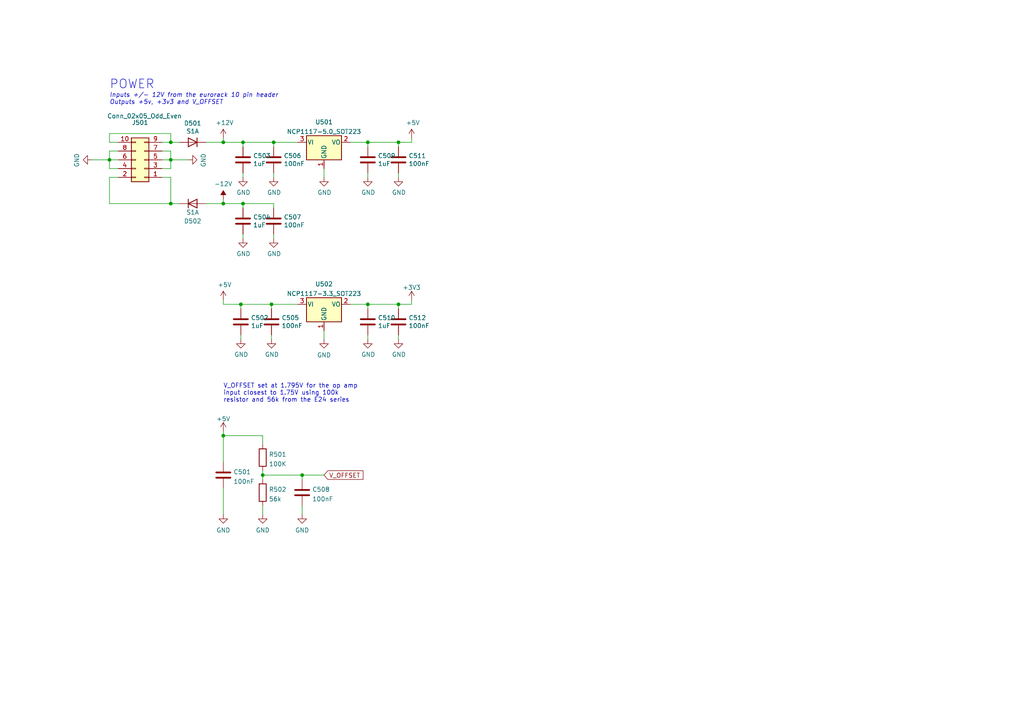
<source format=kicad_sch>
(kicad_sch (version 20211123) (generator eeschema)
  (paper "A4")
  (lib_symbols
    (symbol "+5V_2" (power) (pin_names (offset 0))
      (property "Value" "+5V_2" (at 0 3.556 0))
      (symbol "+5V_2_0_1"
        (polyline (pts (xy -0.762 1.27) (xy 0 2.54)))
        (polyline (pts (xy 0 0) (xy 0 2.54)))
        (polyline (pts (xy 0 2.54) (xy 0.762 1.27)))
      )
      (symbol "+5V_2_1_1"
        (pin power_in line (at 0 0 90) (length 0) hide (name "+5V") (number "1"))
      )
    )
    (symbol "C_3" (pin_numbers hide) (pin_names (offset 0.254))
      (property "Reference" "C" (at 0.635 2.54 0))
      (property "Value" "C_3" (at 0.635 -2.54 0))
      (symbol "C_3_0_1"
        (polyline (pts (xy -2.032 -0.762) (xy 2.032 -0.762)) (stroke (width 0.508)))
        (polyline (pts (xy -2.032 0.762) (xy 2.032 0.762)) (stroke (width 0.508)))
      )
      (symbol "C_3_1_1"
        (pin passive line (at 0 3.81 270) (length 2.794) (name "~") (number "1"))
        (pin passive line (at 0 -3.81 90) (length 2.794) (name "~") (number "2"))
      )
    )
    (symbol "Connector_Generic:Conn_02x05_Odd_Even" (pin_names (offset 1.016) hide)
      (property "Reference" "J" (at 1.27 7.62 0))
      (property "Value" "Connector_Generic_Conn_02x05_Odd_Even" (at 1.27 -7.62 0))
      (symbol "Conn_02x05_Odd_Even_1_1"
        (rectangle (start -1.27 -4.953) (end 0 -5.207) (stroke (width 0.1524)))
        (rectangle (start -1.27 -2.413) (end 0 -2.667) (stroke (width 0.1524)))
        (rectangle (start -1.27 0.127) (end 0 -0.127) (stroke (width 0.1524)))
        (rectangle (start -1.27 2.667) (end 0 2.413) (stroke (width 0.1524)))
        (rectangle (start -1.27 5.207) (end 0 4.953) (stroke (width 0.1524)))
        (rectangle (start -1.27 6.35) (end 3.81 -6.35) (stroke (width 0.254)) (fill (type background)))
        (rectangle (start 3.81 -4.953) (end 2.54 -5.207) (stroke (width 0.1524)))
        (rectangle (start 3.81 -2.413) (end 2.54 -2.667) (stroke (width 0.1524)))
        (rectangle (start 3.81 0.127) (end 2.54 -0.127) (stroke (width 0.1524)))
        (rectangle (start 3.81 2.667) (end 2.54 2.413) (stroke (width 0.1524)))
        (rectangle (start 3.81 5.207) (end 2.54 4.953) (stroke (width 0.1524)))
        (pin passive line (at -5.08 5.08 0) (length 3.81) (name "Pin_1") (number "1"))
        (pin passive line (at 7.62 -5.08 180) (length 3.81) (name "Pin_10") (number "10"))
        (pin passive line (at 7.62 5.08 180) (length 3.81) (name "Pin_2") (number "2"))
        (pin passive line (at -5.08 2.54 0) (length 3.81) (name "Pin_3") (number "3"))
        (pin passive line (at 7.62 2.54 180) (length 3.81) (name "Pin_4") (number "4"))
        (pin passive line (at -5.08 0 0) (length 3.81) (name "Pin_5") (number "5"))
        (pin passive line (at 7.62 0 180) (length 3.81) (name "Pin_6") (number "6"))
        (pin passive line (at -5.08 -2.54 0) (length 3.81) (name "Pin_7") (number "7"))
        (pin passive line (at 7.62 -2.54 180) (length 3.81) (name "Pin_8") (number "8"))
        (pin passive line (at -5.08 -5.08 0) (length 3.81) (name "Pin_9") (number "9"))
      )
    )
    (symbol "Device:C" (pin_numbers hide) (pin_names (offset 0.254))
      (property "Reference" "C" (at 0.635 2.54 0))
      (property "Value" "Device_C" (at 0.635 -2.54 0))
      (symbol "C_0_1"
        (polyline (pts (xy -2.032 -0.762) (xy 2.032 -0.762)) (stroke (width 0.508)))
        (polyline (pts (xy -2.032 0.762) (xy 2.032 0.762)) (stroke (width 0.508)))
      )
      (symbol "C_1_1"
        (pin passive line (at 0 3.81 270) (length 2.794) (name "~") (number "1"))
        (pin passive line (at 0 -3.81 90) (length 2.794) (name "~") (number "2"))
      )
    )
    (symbol "Device:D" (pin_numbers hide) (pin_names (offset 1.016) hide)
      (property "Reference" "D" (at 0 2.54 0))
      (property "Value" "Device_D" (at 0 -2.54 0))
      (symbol "D_0_1"
        (polyline (pts (xy -1.27 1.27) (xy -1.27 -1.27)) (stroke (width 0.254)))
        (polyline (pts (xy 1.27 0) (xy -1.27 0)))
        (polyline (pts (xy 1.27 1.27) (xy 1.27 -1.27) (xy -1.27 0) (xy 1.27 1.27)) (stroke (width 0.254)))
      )
      (symbol "D_1_1"
        (pin passive line (at -3.81 0 0) (length 2.54) (name "K") (number "1"))
        (pin passive line (at 3.81 0 180) (length 2.54) (name "A") (number "2"))
      )
    )
    (symbol "Device:R" (pin_numbers hide) (pin_names (offset 0))
      (property "Reference" "R" (at 2.032 0 90))
      (property "Value" "R" (at 0 0 90))
      (symbol "R_0_1"
        (rectangle (start -1.016 -2.54) (end 1.016 2.54) (stroke (width 0.254)))
      )
      (symbol "R_1_1"
        (pin passive line (at 0 3.81 270) (length 1.27) (name "~") (number "1"))
        (pin passive line (at 0 -3.81 90) (length 1.27) (name "~") (number "2"))
      )
    )
    (symbol "GND_14" (power) (pin_names (offset 0))
      (property "Value" "GND_14" (at 0 -3.81 0))
      (symbol "GND_14_0_1"
        (polyline (pts (xy 0 0) (xy 0 -1.27) (xy 1.27 -1.27) (xy 0 -2.54) (xy -1.27 -1.27) (xy 0 -1.27)))
      )
      (symbol "GND_14_1_1"
        (pin power_in line (at 0 0 270) (length 0) hide (name "GND") (number "1"))
      )
    )
    (symbol "GND_15" (power) (pin_names (offset 0))
      (property "Value" "GND_15" (at 0 -3.81 0))
      (symbol "GND_15_0_1"
        (polyline (pts (xy 0 0) (xy 0 -1.27) (xy 1.27 -1.27) (xy 0 -2.54) (xy -1.27 -1.27) (xy 0 -1.27)))
      )
      (symbol "GND_15_1_1"
        (pin power_in line (at 0 0 270) (length 0) hide (name "GND") (number "1"))
      )
    )
    (symbol "GND_16" (power) (pin_names (offset 0))
      (property "Value" "GND_16" (at 0 -3.81 0))
      (symbol "GND_16_0_1"
        (polyline (pts (xy 0 0) (xy 0 -1.27) (xy 1.27 -1.27) (xy 0 -2.54) (xy -1.27 -1.27) (xy 0 -1.27)))
      )
      (symbol "GND_16_1_1"
        (pin power_in line (at 0 0 270) (length 0) hide (name "GND") (number "1"))
      )
    )
    (symbol "GND_6" (power) (pin_names (offset 0))
      (property "Value" "GND_6" (at 0 -3.81 0))
      (symbol "GND_6_0_1"
        (polyline (pts (xy 0 0) (xy 0 -1.27) (xy 1.27 -1.27) (xy 0 -2.54) (xy -1.27 -1.27) (xy 0 -1.27)))
      )
      (symbol "GND_6_1_1"
        (pin power_in line (at 0 0 270) (length 0) hide (name "GND") (number "1"))
      )
    )
    (symbol "Regulator_Linear:NCP1117-3.3_SOT223" (pin_names (offset 0.254))
      (property "Reference" "U" (at -3.81 3.175 0))
      (property "Value" "NCP1117-3.3_SOT223" (at 0 3.175 0))
      (symbol "NCP1117-3.3_SOT223_0_1"
        (rectangle (start -5.08 -5.08) (end 5.08 1.905) (stroke (width 0.254)) (fill (type background)))
      )
      (symbol "NCP1117-3.3_SOT223_1_1"
        (pin power_in line (at 0 -7.62 90) (length 2.54) (name "GND") (number "1"))
        (pin power_out line (at 7.62 0 180) (length 2.54) (name "VO") (number "2"))
        (pin power_in line (at -7.62 0 0) (length 2.54) (name "VI") (number "3"))
      )
    )
    (symbol "Regulator_Linear:NCP1117-5.0_SOT223" (pin_names (offset 0.254))
      (property "Reference" "U" (at -3.81 3.175 0))
      (property "Value" "NCP1117-5.0_SOT223" (at 0 3.175 0))
      (symbol "NCP1117-5.0_SOT223_0_1"
        (rectangle (start -5.08 -5.08) (end 5.08 1.905) (stroke (width 0.254)) (fill (type background)))
      )
      (symbol "NCP1117-5.0_SOT223_1_1"
        (pin power_in line (at 0 -7.62 90) (length 2.54) (name "GND") (number "1"))
        (pin power_out line (at 7.62 0 180) (length 2.54) (name "VO") (number "2"))
        (pin power_in line (at -7.62 0 0) (length 2.54) (name "VI") (number "3"))
      )
    )
    (symbol "power:+12V" (power) (pin_names (offset 0))
      (property "Value" "power_+12V" (at 0 3.556 0))
      (symbol "+12V_0_1"
        (polyline (pts (xy -0.762 1.27) (xy 0 2.54)))
        (polyline (pts (xy 0 0) (xy 0 2.54)))
        (polyline (pts (xy 0 2.54) (xy 0.762 1.27)))
      )
      (symbol "+12V_1_1"
        (pin power_in line (at 0 0 90) (length 0) hide (name "+12V") (number "1"))
      )
    )
    (symbol "power:+3V3" (power) (pin_names (offset 0))
      (property "Value" "+3V3" (at 0 3.556 0))
      (symbol "+3V3_0_1"
        (polyline (pts (xy -0.762 1.27) (xy 0 2.54)))
        (polyline (pts (xy 0 0) (xy 0 2.54)))
        (polyline (pts (xy 0 2.54) (xy 0.762 1.27)))
      )
      (symbol "+3V3_1_1"
        (pin power_in line (at 0 0 90) (length 0) hide (name "+3V3") (number "1"))
      )
    )
    (symbol "power:+5V" (power) (pin_names (offset 0))
      (property "Value" "power_+5V" (at 0 3.556 0))
      (symbol "+5V_0_1"
        (polyline (pts (xy -0.762 1.27) (xy 0 2.54)))
        (polyline (pts (xy 0 0) (xy 0 2.54)))
        (polyline (pts (xy 0 2.54) (xy 0.762 1.27)))
      )
      (symbol "+5V_1_1"
        (pin power_in line (at 0 0 90) (length 0) hide (name "+5V") (number "1"))
      )
    )
    (symbol "power:-12V" (power) (pin_names (offset 0))
      (property "Value" "power_-12V" (at 0 3.81 0))
      (symbol "-12V_0_0"
        (pin power_in line (at 0 0 90) (length 0) hide (name "-12V") (number "1"))
      )
      (symbol "-12V_0_1"
        (polyline (pts (xy 0 0) (xy 0 1.27) (xy 0.762 1.27) (xy 0 2.54) (xy -0.762 1.27) (xy 0 1.27)) (fill (type outline)))
      )
    )
    (symbol "power:GND" (power) (pin_names (offset 0))
      (property "Value" "power_GND" (at 0 -3.81 0))
      (symbol "GND_0_1"
        (polyline (pts (xy 0 0) (xy 0 -1.27) (xy 1.27 -1.27) (xy 0 -2.54) (xy -1.27 -1.27) (xy 0 -1.27)))
      )
      (symbol "GND_1_1"
        (pin power_in line (at 0 0 270) (length 0) hide (name "GND") (number "1"))
      )
    )
  )
  (junction (at 76.2 137.795))
  (junction (at 87.63 137.795))
  (junction (at 64.77 41.275))
  (junction (at 70.485 59.055))
  (junction (at 64.77 59.055))
  (junction (at 31.75 46.355))
  (junction (at 106.68 41.275))
  (junction (at 70.485 41.275))
  (junction (at 49.53 41.275))
  (junction (at 115.57 88.265))
  (junction (at 115.57 41.275))
  (junction (at 106.68 88.265))
  (junction (at 69.85 88.265))
  (junction (at 78.74 88.265))
  (junction (at 79.375 41.275))
  (junction (at 49.53 46.355))
  (junction (at 49.53 59.055))
  (junction (at 64.77 126.365))
  (wire (pts (xy 78.74 88.265) (xy 78.74 89.535)))
  (wire (pts (xy 70.485 60.325) (xy 70.485 59.055)))
  (wire (pts (xy 70.485 41.275) (xy 79.375 41.275)))
  (wire (pts (xy 64.77 141.605) (xy 64.77 149.225)))
  (wire (pts (xy 119.38 88.265) (xy 115.57 88.265)))
  (wire (pts (xy 106.68 98.425) (xy 106.68 97.155)))
  (wire (pts (xy 115.57 41.275) (xy 115.57 42.545)))
  (wire (pts (xy 64.77 126.365) (xy 76.2 126.365)))
  (wire (pts (xy 64.77 125.095) (xy 64.77 126.365)))
  (wire (pts (xy 64.77 57.785) (xy 64.77 59.055)))
  (wire (pts (xy 64.77 40.005) (xy 64.77 41.275)))
  (wire (pts (xy 31.75 48.895) (xy 34.29 48.895)))
  (wire (pts (xy 31.75 43.815) (xy 34.29 43.815)))
  (wire (pts (xy 64.77 59.055) (xy 70.485 59.055)))
  (wire (pts (xy 64.77 126.365) (xy 64.77 133.985)))
  (wire (pts (xy 46.99 51.435) (xy 49.53 51.435)))
  (wire (pts (xy 69.85 98.425) (xy 69.85 97.155)))
  (wire (pts (xy 101.6 88.265) (xy 106.68 88.265)))
  (wire (pts (xy 46.99 46.355) (xy 49.53 46.355)))
  (wire (pts (xy 26.67 46.355) (xy 31.75 46.355)))
  (wire (pts (xy 49.53 59.055) (xy 52.07 59.055)))
  (wire (pts (xy 64.77 41.275) (xy 70.485 41.275)))
  (wire (pts (xy 119.38 86.995) (xy 119.38 88.265)))
  (wire (pts (xy 78.74 88.265) (xy 86.36 88.265)))
  (wire (pts (xy 31.75 51.435) (xy 31.75 59.055)))
  (wire (pts (xy 115.57 51.435) (xy 115.57 50.165)))
  (wire (pts (xy 106.68 88.265) (xy 115.57 88.265)))
  (wire (pts (xy 79.375 41.275) (xy 79.375 42.545)))
  (wire (pts (xy 31.75 59.055) (xy 49.53 59.055)))
  (wire (pts (xy 31.75 38.735) (xy 49.53 38.735)))
  (wire (pts (xy 31.75 41.275) (xy 31.75 38.735)))
  (wire (pts (xy 76.2 137.795) (xy 87.63 137.795)))
  (wire (pts (xy 49.53 48.895) (xy 46.99 48.895)))
  (wire (pts (xy 76.2 137.795) (xy 76.2 139.065)))
  (wire (pts (xy 115.57 88.265) (xy 115.57 89.535)))
  (wire (pts (xy 59.69 41.275) (xy 64.77 41.275)))
  (wire (pts (xy 46.99 41.275) (xy 49.53 41.275)))
  (wire (pts (xy 79.375 59.055) (xy 79.375 60.325)))
  (wire (pts (xy 70.485 51.435) (xy 70.485 50.165)))
  (wire (pts (xy 115.57 98.425) (xy 115.57 97.155)))
  (wire (pts (xy 76.2 146.685) (xy 76.2 149.225)))
  (wire (pts (xy 79.375 51.435) (xy 79.375 50.165)))
  (wire (pts (xy 70.485 69.215) (xy 70.485 67.945)))
  (wire (pts (xy 64.77 88.265) (xy 64.77 86.995)))
  (wire (pts (xy 76.2 128.905) (xy 76.2 126.365)))
  (wire (pts (xy 34.29 46.355) (xy 31.75 46.355)))
  (wire (pts (xy 93.98 48.895) (xy 93.98 51.435)))
  (wire (pts (xy 87.63 137.795) (xy 87.63 139.065)))
  (wire (pts (xy 79.375 41.275) (xy 86.36 41.275)))
  (wire (pts (xy 31.75 46.355) (xy 31.75 48.895)))
  (wire (pts (xy 76.2 136.525) (xy 76.2 137.795)))
  (wire (pts (xy 34.29 51.435) (xy 31.75 51.435)))
  (wire (pts (xy 49.53 43.815) (xy 46.99 43.815)))
  (wire (pts (xy 78.74 98.425) (xy 78.74 97.155)))
  (wire (pts (xy 49.53 59.055) (xy 49.53 51.435)))
  (wire (pts (xy 79.375 69.215) (xy 79.375 67.945)))
  (wire (pts (xy 106.68 89.535) (xy 106.68 88.265)))
  (wire (pts (xy 70.485 42.545) (xy 70.485 41.275)))
  (wire (pts (xy 31.75 46.355) (xy 31.75 43.815)))
  (wire (pts (xy 106.68 51.435) (xy 106.68 50.165)))
  (wire (pts (xy 119.38 41.275) (xy 119.38 40.005)))
  (wire (pts (xy 106.68 41.275) (xy 115.57 41.275)))
  (wire (pts (xy 87.63 146.685) (xy 87.63 149.225)))
  (wire (pts (xy 69.85 89.535) (xy 69.85 88.265)))
  (wire (pts (xy 49.53 38.735) (xy 49.53 41.275)))
  (wire (pts (xy 93.98 95.885) (xy 93.98 98.425)))
  (wire (pts (xy 34.29 41.275) (xy 31.75 41.275)))
  (wire (pts (xy 64.77 88.265) (xy 69.85 88.265)))
  (wire (pts (xy 49.53 41.275) (xy 52.07 41.275)))
  (wire (pts (xy 101.6 41.275) (xy 106.68 41.275)))
  (wire (pts (xy 49.53 46.355) (xy 49.53 43.815)))
  (wire (pts (xy 70.485 59.055) (xy 79.375 59.055)))
  (wire (pts (xy 115.57 41.275) (xy 119.38 41.275)))
  (wire (pts (xy 87.63 137.795) (xy 93.98 137.795)))
  (wire (pts (xy 59.69 59.055) (xy 64.77 59.055)))
  (wire (pts (xy 69.85 88.265) (xy 78.74 88.265)))
  (wire (pts (xy 106.68 42.545) (xy 106.68 41.275)))
  (wire (pts (xy 49.53 46.355) (xy 49.53 48.895)))
  (wire (pts (xy 49.53 46.355) (xy 54.61 46.355)))
  (text "V_OFFSET set at 1.795V for the op amp\ninput closest to 1.75V using 100k\nresistor and 56k from the E24 series" (at 64.77 116.84 0) (effects (font (size 1.27 1.27)) (justify left bottom)))
  (text "POWER" (at 31.75 26.035 0) (effects (font (size 2.54 2.54)) (justify left bottom)))
  (text "Inputs +/- 12V from the eurorack 10 pin header\nOutputs +5v, +3v3 and V_OFFSET" (at 31.75 30.48 0) (effects (font (size 1.27 1.27) italic) (justify left bottom)))
  (global_label "V_OFFSET" (shape input) (at 93.98 137.795 0) (property "Intersheet References" "${INTERSHEET_REFS}" (effects hide)))
  (symbol (lib_id "Device:C") (at 106.68 93.345 0) (unit 1)
    (property "Reference" "C510" (at 109.601 92.1766 0) (effects (justify left)))
    (property "Value" "1uF" (at 109.601 94.488 0) (effects (justify left)))
    (property "Footprint" "Capacitor_SMD:C_0805_2012Metric_Pad1.18x1.45mm_HandSolder" (effects hide))
  )
  (symbol (lib_id "Device:R") (at 76.2 142.875 0) (unit 1)
    (property "Reference" "R502" (at 77.978 141.9665 0) (effects (justify left)))
    (property "Value" "56k" (at 77.978 144.7416 0) (effects (justify left)))
    (property "Footprint" "Resistor_SMD:R_0805_2012Metric_Pad1.20x1.40mm_HandSolder" (effects hide))
  )
  (symbol (lib_id "Device:C") (at 115.57 93.345 0) (unit 1)
    (property "Reference" "C512" (at 118.491 92.1766 0) (effects (justify left)))
    (property "Value" "100nF" (at 118.491 94.488 0) (effects (justify left)))
    (property "Footprint" "Capacitor_SMD:C_0805_2012Metric_Pad1.18x1.45mm_HandSolder" (effects hide))
  )
  (symbol (lib_id "Device:C") (at 70.485 46.355 0) (unit 1)
    (property "Reference" "C503" (at 73.406 45.1866 0) (effects (justify left)))
    (property "Value" "1uF" (at 73.406 47.498 0) (effects (justify left)))
    (property "Footprint" "Capacitor_SMD:C_0805_2012Metric_Pad1.18x1.45mm_HandSolder" (effects hide))
  )
  (symbol (lib_id "Connector_Generic:Conn_02x05_Odd_Even") (at 41.91 46.355 180) (unit 1)
    (property "Reference" "J501" (at 40.64 35.56 0))
    (property "Value" "Conn_02x05_Odd_Even" (at 41.91 33.655 0))
    (property "Footprint" "Connector_IDC:IDC-Header_2x05_P2.54mm_Vertical" (effects hide))
  )
  (symbol (lib_id "Device:C") (at 79.375 46.355 0) (unit 1)
    (property "Reference" "C506" (at 82.296 45.1866 0) (effects (justify left)))
    (property "Value" "100nF" (at 82.296 47.498 0) (effects (justify left)))
    (property "Footprint" "Capacitor_SMD:C_0805_2012Metric_Pad1.18x1.45mm_HandSolder" (effects hide))
  )
  (symbol (lib_id "power:+3V3") (at 119.38 86.995 0) (unit 1)
    (property "Reference" "#PWR0193" (effects hide))
    (property "Value" "+3V3" (at 119.38 83.3905 0))
  )
  (symbol (lib_id "Device:C") (at 78.74 93.345 0) (unit 1)
    (property "Reference" "C505" (at 81.661 92.1766 0) (effects (justify left)))
    (property "Value" "100nF" (at 81.661 94.488 0) (effects (justify left)))
    (property "Footprint" "Capacitor_SMD:C_0805_2012Metric_Pad1.18x1.45mm_HandSolder" (effects hide))
  )
  (symbol (lib_name "GND_15") (lib_id "power:GND") (at 64.77 149.225 0) (unit 1)
    (property "Reference" "#PWR0211" (effects hide))
    (property "Value" "GND" (at 64.77 153.7875 0))
  )
  (symbol (lib_id "Regulator_Linear:NCP1117-5.0_SOT223") (at 93.98 41.275 0) (unit 1)
    (property "Reference" "U501" (at 93.98 35.4035 0))
    (property "Value" "NCP1117-5.0_SOT223" (at 93.98 38.1786 0))
    (property "Footprint" "Package_TO_SOT_SMD:SOT-223-3_TabPin2" (effects hide))
    (property "Datasheet" "http://www.onsemi.com/pub_link/Collateral/NCP1117-D.PDF" (effects hide))
  )
  (symbol (lib_name "GND_16") (lib_id "power:GND") (at 87.63 149.225 0) (unit 1)
    (property "Reference" "#PWR0207" (effects hide))
    (property "Value" "GND" (at 87.63 153.7875 0))
  )
  (symbol (lib_name "C_3") (lib_id "Device:C") (at 64.77 137.795 0) (unit 1)
    (property "Reference" "C501" (at 67.691 136.8865 0) (effects (justify left)))
    (property "Value" "100nF" (at 67.691 139.6616 0) (effects (justify left)))
    (property "Footprint" "Capacitor_SMD:C_0805_2012Metric_Pad1.18x1.45mm_HandSolder" (effects hide))
  )
  (symbol (lib_id "power:GND") (at 106.68 51.435 0) (unit 1)
    (property "Reference" "#PWR0202" (effects hide))
    (property "Value" "GND" (at 106.807 55.8292 0))
  )
  (symbol (lib_id "power:GND") (at 115.57 51.435 0) (unit 1)
    (property "Reference" "#PWR0203" (effects hide))
    (property "Value" "GND" (at 115.697 55.8292 0))
  )
  (symbol (lib_id "power:+5V") (at 119.38 40.005 0) (unit 1)
    (property "Reference" "#PWR0204" (effects hide))
    (property "Value" "+5V" (at 119.761 35.6108 0))
  )
  (symbol (lib_id "power:GND") (at 78.74 98.425 0) (unit 1)
    (property "Reference" "#PWR0209" (effects hide))
    (property "Value" "GND" (at 78.867 102.8192 0))
  )
  (symbol (lib_id "power:GND") (at 115.57 98.425 0) (unit 1)
    (property "Reference" "#PWR0195" (effects hide))
    (property "Value" "GND" (at 115.697 102.8192 0))
  )
  (symbol (lib_id "power:GND") (at 69.85 98.425 0) (unit 1)
    (property "Reference" "#PWR0205" (effects hide))
    (property "Value" "GND" (at 69.977 102.8192 0))
  )
  (symbol (lib_id "power:+12V") (at 64.77 40.005 0) (unit 1)
    (property "Reference" "#PWR0200" (effects hide))
    (property "Value" "+12V" (at 65.151 35.6108 0))
  )
  (symbol (lib_id "Device:C") (at 69.85 93.345 0) (unit 1)
    (property "Reference" "C502" (at 72.771 92.1766 0) (effects (justify left)))
    (property "Value" "1uF" (at 72.771 94.488 0) (effects (justify left)))
    (property "Footprint" "Capacitor_SMD:C_0805_2012Metric_Pad1.18x1.45mm_HandSolder" (effects hide))
  )
  (symbol (lib_id "power:+5V") (at 64.77 86.995 0) (unit 1)
    (property "Reference" "#PWR0194" (effects hide))
    (property "Value" "+5V" (at 65.151 82.6008 0))
  )
  (symbol (lib_id "Device:D") (at 55.88 41.275 180) (unit 1)
    (property "Reference" "D501" (at 55.88 35.7632 0))
    (property "Value" "S1A" (at 55.88 38.0746 0))
    (property "Footprint" "Diode_SMD:D_SMA-SMB_Universal_Handsoldering" (effects hide))
  )
  (symbol (lib_id "Device:C") (at 79.375 64.135 0) (unit 1)
    (property "Reference" "C507" (at 82.296 62.9666 0) (effects (justify left)))
    (property "Value" "100nF" (at 82.296 65.278 0) (effects (justify left)))
    (property "Footprint" "Capacitor_SMD:C_0805_2012Metric_Pad1.18x1.45mm_HandSolder" (effects hide))
  )
  (symbol (lib_id "power:GND") (at 70.485 69.215 0) (unit 1)
    (property "Reference" "#PWR0197" (effects hide))
    (property "Value" "GND" (at 70.612 73.6092 0))
  )
  (symbol (lib_name "GND_14") (lib_id "power:GND") (at 76.2 149.225 0) (unit 1)
    (property "Reference" "#PWR0208" (effects hide))
    (property "Value" "GND" (at 76.2 153.7875 0))
  )
  (symbol (lib_id "Regulator_Linear:NCP1117-3.3_SOT223") (at 93.98 88.265 0) (unit 1)
    (property "Reference" "U502" (at 93.98 82.3935 0))
    (property "Value" "NCP1117-3.3_SOT223" (at 93.98 85.1686 0))
    (property "Footprint" "Package_TO_SOT_SMD:SOT-223-3_TabPin2" (effects hide))
    (property "Datasheet" "http://www.onsemi.com/pub_link/Collateral/NCP1117-D.PDF" (effects hide))
  )
  (symbol (lib_id "Device:C") (at 70.485 64.135 0) (unit 1)
    (property "Reference" "C504" (at 73.406 62.9666 0) (effects (justify left)))
    (property "Value" "1uF" (at 73.406 65.278 0) (effects (justify left)))
    (property "Footprint" "Capacitor_SMD:C_0805_2012Metric_Pad1.18x1.45mm_HandSolder" (effects hide))
  )
  (symbol (lib_id "power:GND") (at 70.485 51.435 0) (unit 1)
    (property "Reference" "#PWR0198" (effects hide))
    (property "Value" "GND" (at 70.612 55.8292 0))
  )
  (symbol (lib_name "C_3") (lib_id "Device:C") (at 87.63 142.875 0) (unit 1)
    (property "Reference" "C508" (at 90.551 141.9665 0) (effects (justify left)))
    (property "Value" "100nF" (at 90.551 144.7416 0) (effects (justify left)))
    (property "Footprint" "Capacitor_SMD:C_0805_2012Metric_Pad1.18x1.45mm_HandSolder" (effects hide))
  )
  (symbol (lib_id "Device:C") (at 106.68 46.355 0) (unit 1)
    (property "Reference" "C509" (at 109.601 45.1866 0) (effects (justify left)))
    (property "Value" "1uF" (at 109.601 47.498 0) (effects (justify left)))
    (property "Footprint" "Capacitor_SMD:C_0805_2012Metric_Pad1.18x1.45mm_HandSolder" (effects hide))
  )
  (symbol (lib_name "GND_6") (lib_id "power:GND") (at 93.98 98.425 0) (unit 1)
    (property "Reference" "#PWR0206" (effects hide))
    (property "Value" "GND" (at 93.98 102.9875 0))
  )
  (symbol (lib_id "Device:C") (at 115.57 46.355 0) (unit 1)
    (property "Reference" "C511" (at 118.491 45.1866 0) (effects (justify left)))
    (property "Value" "100nF" (at 118.491 47.498 0) (effects (justify left)))
    (property "Footprint" "Capacitor_SMD:C_0805_2012Metric_Pad1.18x1.45mm_HandSolder" (effects hide))
  )
  (symbol (lib_name "+5V_2") (lib_id "power:+5V") (at 64.77 125.095 0) (unit 1)
    (property "Reference" "#PWR0210" (effects hide))
    (property "Value" "+5V" (at 64.77 121.4905 0))
  )
  (symbol (lib_id "power:GND") (at 106.68 98.425 0) (unit 1)
    (property "Reference" "#PWR0196" (effects hide))
    (property "Value" "GND" (at 106.807 102.8192 0))
  )
  (symbol (lib_id "power:GND") (at 54.61 46.355 90) (mirror x) (unit 1)
    (property "Reference" "#PWR0189" (effects hide))
    (property "Value" "GND" (at 59.0042 46.482 0))
  )
  (symbol (lib_id "power:GND") (at 79.375 51.435 0) (unit 1)
    (property "Reference" "#PWR0199" (effects hide))
    (property "Value" "GND" (at 79.502 55.8292 0))
  )
  (symbol (lib_id "power:GND") (at 93.98 51.435 0) (unit 1)
    (property "Reference" "#PWR0201" (effects hide))
    (property "Value" "GND" (at 94.107 55.8292 0))
  )
  (symbol (lib_id "Device:R") (at 76.2 132.715 0) (unit 1)
    (property "Reference" "R501" (at 77.978 131.8065 0) (effects (justify left)))
    (property "Value" "100K" (at 77.978 134.5816 0) (effects (justify left)))
    (property "Footprint" "Resistor_SMD:R_0805_2012Metric_Pad1.20x1.40mm_HandSolder" (effects hide))
  )
  (symbol (lib_id "power:-12V") (at 64.77 57.785 0) (unit 1)
    (property "Reference" "#PWR0191" (effects hide))
    (property "Value" "-12V" (at 64.77 53.34 0))
  )
  (symbol (lib_id "Device:D") (at 55.88 59.055 0) (unit 1)
    (property "Reference" "D502" (at 55.88 64.135 0))
    (property "Value" "S1A" (at 55.88 61.595 0))
    (property "Footprint" "Diode_SMD:D_SMA-SMB_Universal_Handsoldering" (effects hide))
  )
  (symbol (lib_id "power:GND") (at 79.375 69.215 0) (unit 1)
    (property "Reference" "#PWR0192" (effects hide))
    (property "Value" "GND" (at 79.502 73.6092 0))
  )
  (symbol (lib_id "power:GND") (at 26.67 46.355 270) (unit 1)
    (property "Reference" "#PWR0190" (effects hide))
    (property "Value" "GND" (at 22.2758 46.482 0))
  )
)
</source>
